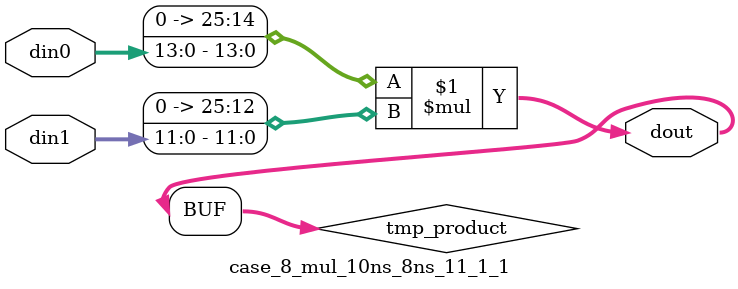
<source format=v>

`timescale 1 ns / 1 ps

 (* use_dsp = "no" *)  module case_8_mul_10ns_8ns_11_1_1(din0, din1, dout);
parameter ID = 1;
parameter NUM_STAGE = 0;
parameter din0_WIDTH = 14;
parameter din1_WIDTH = 12;
parameter dout_WIDTH = 26;

input [din0_WIDTH - 1 : 0] din0; 
input [din1_WIDTH - 1 : 0] din1; 
output [dout_WIDTH - 1 : 0] dout;

wire signed [dout_WIDTH - 1 : 0] tmp_product;
























assign tmp_product = $signed({1'b0, din0}) * $signed({1'b0, din1});











assign dout = tmp_product;





















endmodule

</source>
